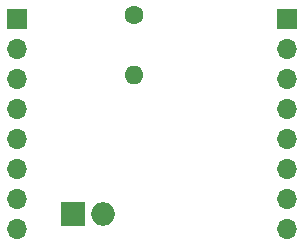
<source format=gbr>
%TF.GenerationSoftware,KiCad,Pcbnew,7.0.7*%
%TF.CreationDate,2024-03-19T13:44:44-07:00*%
%TF.ProjectId,ads7253_breakout,61647337-3235-4335-9f62-7265616b6f75,rev?*%
%TF.SameCoordinates,Original*%
%TF.FileFunction,Soldermask,Bot*%
%TF.FilePolarity,Negative*%
%FSLAX46Y46*%
G04 Gerber Fmt 4.6, Leading zero omitted, Abs format (unit mm)*
G04 Created by KiCad (PCBNEW 7.0.7) date 2024-03-19 13:44:44*
%MOMM*%
%LPD*%
G01*
G04 APERTURE LIST*
%ADD10C,1.600000*%
%ADD11O,1.600000X1.600000*%
%ADD12R,1.700000X1.700000*%
%ADD13O,1.700000X1.700000*%
%ADD14R,2.000000X2.000000*%
%ADD15O,2.000000X2.000000*%
G04 APERTURE END LIST*
D10*
%TO.C,L1*%
X93726000Y-75858000D03*
D11*
X93726000Y-80938000D03*
%TD*%
D12*
%TO.C,J2*%
X106680000Y-76200000D03*
D13*
X106680000Y-78740000D03*
X106680000Y-81280000D03*
X106680000Y-83820000D03*
X106680000Y-86360000D03*
X106680000Y-88900000D03*
X106680000Y-91440000D03*
X106680000Y-93980000D03*
%TD*%
D12*
%TO.C,J1*%
X83820000Y-76200000D03*
D13*
X83820000Y-78740000D03*
X83820000Y-81280000D03*
X83820000Y-83820000D03*
X83820000Y-86360000D03*
X83820000Y-88900000D03*
X83820000Y-91440000D03*
X83820000Y-93980000D03*
%TD*%
D14*
%TO.C,D1*%
X88569670Y-92710000D03*
D15*
X91109670Y-92710000D03*
%TD*%
M02*

</source>
